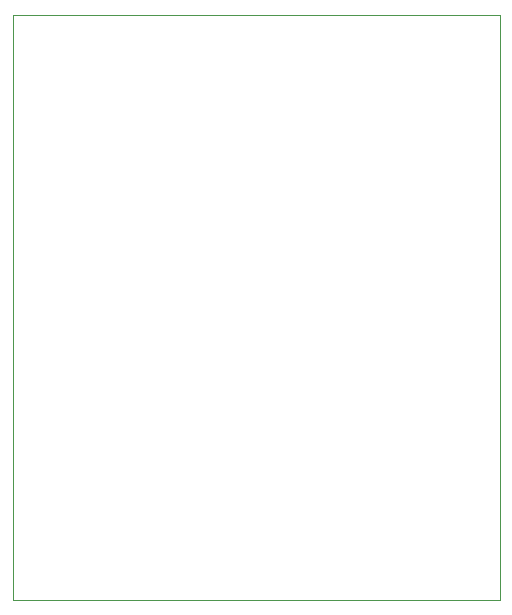
<source format=gbr>
%TF.GenerationSoftware,KiCad,Pcbnew,(5.1.10)-1*%
%TF.CreationDate,2021-12-30T15:20:09-05:00*%
%TF.ProjectId,LPCMangler,4c50434d-616e-4676-9c65-722e6b696361,rev?*%
%TF.SameCoordinates,Original*%
%TF.FileFunction,Profile,NP*%
%FSLAX46Y46*%
G04 Gerber Fmt 4.6, Leading zero omitted, Abs format (unit mm)*
G04 Created by KiCad (PCBNEW (5.1.10)-1) date 2021-12-30 15:20:09*
%MOMM*%
%LPD*%
G01*
G04 APERTURE LIST*
%TA.AperFunction,Profile*%
%ADD10C,0.050000*%
%TD*%
G04 APERTURE END LIST*
D10*
X135255000Y-113665000D02*
X135255000Y-64135000D01*
X176530000Y-113665000D02*
X135255000Y-113665000D01*
X176530000Y-64135000D02*
X176530000Y-113665000D01*
X135255000Y-64135000D02*
X176530000Y-64135000D01*
M02*

</source>
